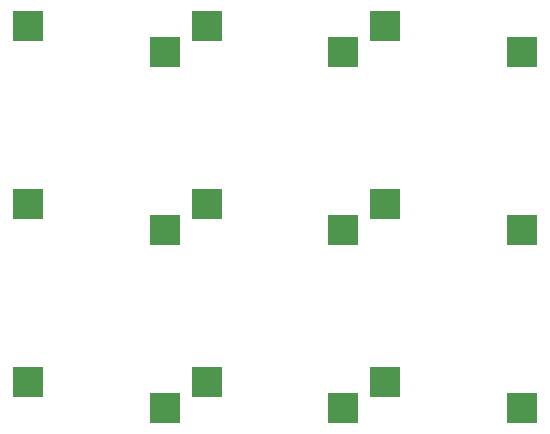
<source format=gbr>
G04 #@! TF.GenerationSoftware,KiCad,Pcbnew,(5.1.0)-1*
G04 #@! TF.CreationDate,2020-10-10T18:43:04-04:00*
G04 #@! TF.ProjectId,switch_tester,73776974-6368-45f7-9465-737465722e6b,rev?*
G04 #@! TF.SameCoordinates,Original*
G04 #@! TF.FileFunction,Paste,Bot*
G04 #@! TF.FilePolarity,Positive*
%FSLAX46Y46*%
G04 Gerber Fmt 4.6, Leading zero omitted, Abs format (unit mm)*
G04 Created by KiCad (PCBNEW (5.1.0)-1) date 2020-10-10 18:43:04*
%MOMM*%
%LPD*%
G04 APERTURE LIST*
%ADD10R,2.600000X2.600000*%
G04 APERTURE END LIST*
D10*
X90605000Y-119962000D03*
X102155000Y-122162000D03*
X90605000Y-104862000D03*
X102155000Y-107062000D03*
X90605000Y-89762000D03*
X102155000Y-91962000D03*
X75505000Y-119962000D03*
X87055000Y-122162000D03*
X75505000Y-104862000D03*
X87055000Y-107062000D03*
X75505000Y-89762000D03*
X87055000Y-91962000D03*
X60405000Y-119962000D03*
X71955000Y-122162000D03*
X60405000Y-104862000D03*
X71955000Y-107062000D03*
X60405000Y-89762000D03*
X71955000Y-91962000D03*
M02*

</source>
